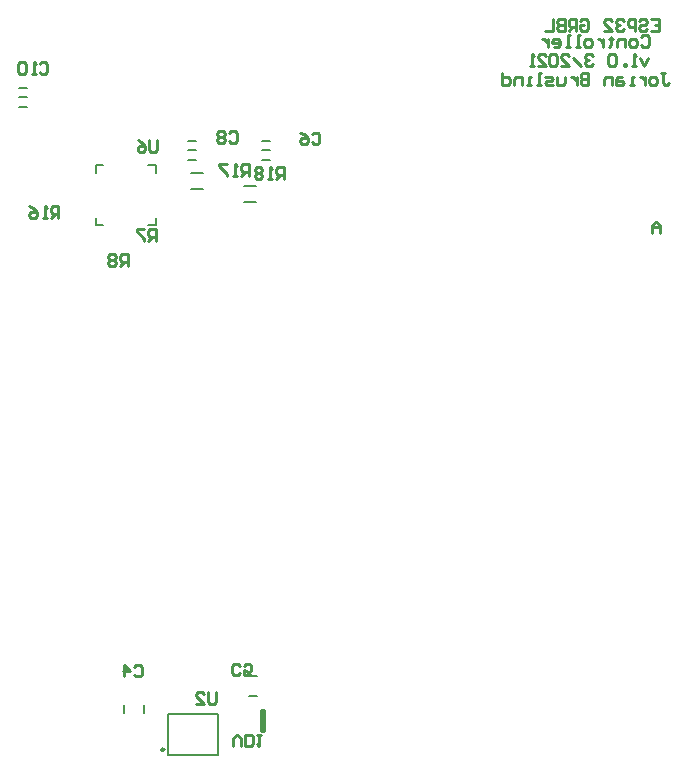
<source format=gbo>
G04*
G04 #@! TF.GenerationSoftware,Altium Limited,CircuitMaker,2.0.3 (51)*
G04*
G04 Layer_Color=13813960*
%FSLAX24Y24*%
%MOIN*%
G70*
G04*
G04 #@! TF.SameCoordinates,3954AB4D-5D0B-4665-A105-1F8CE3EC6163*
G04*
G04*
G04 #@! TF.FilePolarity,Positive*
G04*
G01*
G75*
%ADD11C,0.0100*%
%ADD13C,0.0079*%
%ADD14C,0.0050*%
%ADD109C,0.0059*%
D11*
X19828Y24274D02*
G03*
X19828Y24274I-50J0D01*
G01*
X23065Y25599D02*
X23165D01*
X23065Y24899D02*
Y25599D01*
Y24899D02*
X23165D01*
Y25599D01*
X36362Y41482D02*
Y41744D01*
X36231Y41875D01*
X36099Y41744D01*
Y41482D01*
Y41678D01*
X36362D01*
X36391Y46811D02*
X36522D01*
X36457D01*
Y46483D01*
X36522Y46417D01*
X36588D01*
X36654Y46483D01*
X36194Y46417D02*
X36063D01*
X35998Y46483D01*
Y46614D01*
X36063Y46680D01*
X36194D01*
X36260Y46614D01*
Y46483D01*
X36194Y46417D01*
X35866Y46680D02*
Y46417D01*
Y46549D01*
X35801Y46614D01*
X35735Y46680D01*
X35670D01*
X35473Y46417D02*
X35342D01*
X35407D01*
Y46680D01*
X35473D01*
X35079D02*
X34948D01*
X34882Y46614D01*
Y46417D01*
X35079D01*
X35145Y46483D01*
X35079Y46549D01*
X34882D01*
X34751Y46417D02*
Y46680D01*
X34554D01*
X34489Y46614D01*
Y46417D01*
X33964Y46811D02*
Y46417D01*
X33767D01*
X33702Y46483D01*
Y46549D01*
X33767Y46614D01*
X33964D01*
X33767D01*
X33702Y46680D01*
Y46745D01*
X33767Y46811D01*
X33964D01*
X33571Y46680D02*
Y46417D01*
Y46549D01*
X33505Y46614D01*
X33439Y46680D01*
X33374D01*
X33177D02*
Y46483D01*
X33111Y46417D01*
X32915D01*
Y46680D01*
X32783Y46417D02*
X32587D01*
X32521Y46483D01*
X32587Y46549D01*
X32718D01*
X32783Y46614D01*
X32718Y46680D01*
X32521D01*
X32390Y46417D02*
X32259D01*
X32324D01*
Y46811D01*
X32390D01*
X32062Y46417D02*
X31931D01*
X31996D01*
Y46680D01*
X32062D01*
X31734Y46417D02*
Y46680D01*
X31537D01*
X31471Y46614D01*
Y46417D01*
X31078Y46811D02*
Y46417D01*
X31275D01*
X31340Y46483D01*
Y46614D01*
X31275Y46680D01*
X31078D01*
X35945Y47319D02*
X35814Y47057D01*
X35682Y47319D01*
X35551Y47057D02*
X35420D01*
X35486D01*
Y47451D01*
X35551Y47385D01*
X35223Y47057D02*
Y47123D01*
X35158D01*
Y47057D01*
X35223D01*
X34895Y47385D02*
X34830Y47451D01*
X34699D01*
X34633Y47385D01*
Y47123D01*
X34699Y47057D01*
X34830D01*
X34895Y47123D01*
Y47385D01*
X34108D02*
X34043Y47451D01*
X33911D01*
X33846Y47385D01*
Y47319D01*
X33911Y47254D01*
X33977D01*
X33911D01*
X33846Y47188D01*
Y47123D01*
X33911Y47057D01*
X34043D01*
X34108Y47123D01*
X33715Y47057D02*
X33452Y47319D01*
X33059Y47057D02*
X33321D01*
X33059Y47319D01*
Y47385D01*
X33124Y47451D01*
X33255D01*
X33321Y47385D01*
X32927D02*
X32862Y47451D01*
X32731D01*
X32665Y47385D01*
Y47123D01*
X32731Y47057D01*
X32862D01*
X32927Y47123D01*
Y47385D01*
X32272Y47057D02*
X32534D01*
X32272Y47319D01*
Y47385D01*
X32337Y47451D01*
X32468D01*
X32534Y47385D01*
X32140Y47057D02*
X32009D01*
X32075D01*
Y47451D01*
X32140Y47385D01*
X35712Y48015D02*
X35778Y48081D01*
X35909D01*
X35974Y48015D01*
Y47753D01*
X35909Y47687D01*
X35778D01*
X35712Y47753D01*
X35515Y47687D02*
X35384D01*
X35318Y47753D01*
Y47884D01*
X35384Y47949D01*
X35515D01*
X35581Y47884D01*
Y47753D01*
X35515Y47687D01*
X35187D02*
Y47949D01*
X34990D01*
X34925Y47884D01*
Y47687D01*
X34728Y48015D02*
Y47949D01*
X34794D01*
X34662D01*
X34728D01*
Y47753D01*
X34662Y47687D01*
X34466Y47949D02*
Y47687D01*
Y47818D01*
X34400Y47884D01*
X34335Y47949D01*
X34269D01*
X34007Y47687D02*
X33875D01*
X33810Y47753D01*
Y47884D01*
X33875Y47949D01*
X34007D01*
X34072Y47884D01*
Y47753D01*
X34007Y47687D01*
X33679D02*
X33547D01*
X33613D01*
Y48081D01*
X33679D01*
X33351Y47687D02*
X33219D01*
X33285D01*
Y48081D01*
X33351D01*
X32826Y47687D02*
X32957D01*
X33023Y47753D01*
Y47884D01*
X32957Y47949D01*
X32826D01*
X32760Y47884D01*
Y47818D01*
X33023D01*
X32629Y47949D02*
Y47687D01*
Y47818D01*
X32563Y47884D01*
X32498Y47949D01*
X32432D01*
X36057Y48612D02*
X36319D01*
Y48218D01*
X36057D01*
X36319Y48415D02*
X36188D01*
X35663Y48546D02*
X35729Y48612D01*
X35860D01*
X35925Y48546D01*
Y48481D01*
X35860Y48415D01*
X35729D01*
X35663Y48350D01*
Y48284D01*
X35729Y48218D01*
X35860D01*
X35925Y48284D01*
X35532Y48218D02*
Y48612D01*
X35335D01*
X35269Y48546D01*
Y48415D01*
X35335Y48350D01*
X35532D01*
X35138Y48546D02*
X35073Y48612D01*
X34941D01*
X34876Y48546D01*
Y48481D01*
X34941Y48415D01*
X35007D01*
X34941D01*
X34876Y48350D01*
Y48284D01*
X34941Y48218D01*
X35073D01*
X35138Y48284D01*
X34482Y48218D02*
X34745D01*
X34482Y48481D01*
Y48546D01*
X34548Y48612D01*
X34679D01*
X34745Y48546D01*
X33695D02*
X33761Y48612D01*
X33892D01*
X33957Y48546D01*
Y48284D01*
X33892Y48218D01*
X33761D01*
X33695Y48284D01*
Y48415D01*
X33826D01*
X33564Y48218D02*
Y48612D01*
X33367D01*
X33301Y48546D01*
Y48415D01*
X33367Y48350D01*
X33564D01*
X33433D02*
X33301Y48218D01*
X33170Y48612D02*
Y48218D01*
X32974D01*
X32908Y48284D01*
Y48350D01*
X32974Y48415D01*
X33170D01*
X32974D01*
X32908Y48481D01*
Y48546D01*
X32974Y48612D01*
X33170D01*
X32777D02*
Y48218D01*
X32514D01*
X16299Y42008D02*
Y42401D01*
X16102D01*
X16037Y42336D01*
Y42205D01*
X16102Y42139D01*
X16299D01*
X16168D02*
X16037Y42008D01*
X15906D02*
X15774D01*
X15840D01*
Y42401D01*
X15906Y42336D01*
X15315Y42401D02*
X15446Y42336D01*
X15578Y42205D01*
Y42073D01*
X15512Y42008D01*
X15381D01*
X15315Y42073D01*
Y42139D01*
X15381Y42205D01*
X15578D01*
X19590Y44594D02*
Y44266D01*
X19524Y44200D01*
X19393D01*
X19328Y44266D01*
Y44594D01*
X18934D02*
X19065Y44528D01*
X19196Y44397D01*
Y44266D01*
X19131Y44200D01*
X19000D01*
X18934Y44266D01*
Y44331D01*
X19000Y44397D01*
X19196D01*
X23819Y43307D02*
Y43701D01*
X23622D01*
X23557Y43635D01*
Y43504D01*
X23622Y43438D01*
X23819D01*
X23688D02*
X23557Y43307D01*
X23425D02*
X23294D01*
X23360D01*
Y43701D01*
X23425Y43635D01*
X23097D02*
X23032Y43701D01*
X22901D01*
X22835Y43635D01*
Y43569D01*
X22901Y43504D01*
X22835Y43438D01*
Y43373D01*
X22901Y43307D01*
X23032D01*
X23097Y43373D01*
Y43438D01*
X23032Y43504D01*
X23097Y43569D01*
Y43635D01*
X23032Y43504D02*
X22901D01*
X22638Y43386D02*
Y43779D01*
X22441D01*
X22375Y43714D01*
Y43583D01*
X22441Y43517D01*
X22638D01*
X22507D02*
X22375Y43386D01*
X22244D02*
X22113D01*
X22179D01*
Y43779D01*
X22244Y43714D01*
X21916Y43779D02*
X21654D01*
Y43714D01*
X21916Y43451D01*
Y43386D01*
X15668Y47118D02*
X15733Y47184D01*
X15864D01*
X15930Y47118D01*
Y46856D01*
X15864Y46790D01*
X15733D01*
X15668Y46856D01*
X15536Y46790D02*
X15405D01*
X15471D01*
Y47184D01*
X15536Y47118D01*
X15208D02*
X15143Y47184D01*
X15012D01*
X14946Y47118D01*
Y46856D01*
X15012Y46790D01*
X15143D01*
X15208Y46856D01*
Y47118D01*
X21982Y44816D02*
X22047Y44882D01*
X22178D01*
X22244Y44816D01*
Y44554D01*
X22178Y44488D01*
X22047D01*
X21982Y44554D01*
X21851Y44816D02*
X21785Y44882D01*
X21654D01*
X21588Y44816D01*
Y44751D01*
X21654Y44685D01*
X21588Y44619D01*
Y44554D01*
X21654Y44488D01*
X21785D01*
X21851Y44554D01*
Y44619D01*
X21785Y44685D01*
X21851Y44751D01*
Y44816D01*
X21785Y44685D02*
X21654D01*
X24738Y44777D02*
X24803Y44842D01*
X24934D01*
X25000Y44777D01*
Y44514D01*
X24934Y44449D01*
X24803D01*
X24738Y44514D01*
X24344Y44842D02*
X24475Y44777D01*
X24606Y44646D01*
Y44514D01*
X24541Y44449D01*
X24410D01*
X24344Y44514D01*
Y44580D01*
X24410Y44646D01*
X24606D01*
X22117Y24383D02*
Y24645D01*
X22248Y24776D01*
X22379Y24645D01*
Y24383D01*
X22510D02*
Y24776D01*
X22707D01*
X22772Y24711D01*
Y24448D01*
X22707Y24383D01*
X22510D01*
X22904Y24776D02*
X23035D01*
X22969D01*
Y24383D01*
X22904Y24448D01*
X21550Y26184D02*
Y25856D01*
X21484Y25790D01*
X21353D01*
X21288Y25856D01*
Y26184D01*
X20894Y25790D02*
X21156D01*
X20894Y26052D01*
Y26118D01*
X20960Y26184D01*
X21091D01*
X21156Y26118D01*
X18610Y40400D02*
Y40794D01*
X18413D01*
X18348Y40728D01*
Y40597D01*
X18413Y40531D01*
X18610D01*
X18479D02*
X18348Y40400D01*
X18216Y40728D02*
X18151Y40794D01*
X18020D01*
X17954Y40728D01*
Y40662D01*
X18020Y40597D01*
X17954Y40531D01*
Y40466D01*
X18020Y40400D01*
X18151D01*
X18216Y40466D01*
Y40531D01*
X18151Y40597D01*
X18216Y40662D01*
Y40728D01*
X18151Y40597D02*
X18020D01*
X19560Y41240D02*
Y41634D01*
X19363D01*
X19298Y41568D01*
Y41437D01*
X19363Y41371D01*
X19560D01*
X19429D02*
X19298Y41240D01*
X19166Y41634D02*
X18904D01*
Y41568D01*
X19166Y41306D01*
Y41240D01*
X22340Y26811D02*
X22274Y26745D01*
X22143D01*
X22077Y26811D01*
Y27073D01*
X22143Y27139D01*
X22274D01*
X22340Y27073D01*
X22733Y26745D02*
X22471D01*
Y26942D01*
X22602Y26876D01*
X22668D01*
X22733Y26942D01*
Y27073D01*
X22668Y27139D01*
X22536D01*
X22471Y27073D01*
X18828Y27038D02*
X18893Y27104D01*
X19024D01*
X19090Y27038D01*
Y26776D01*
X19024Y26710D01*
X18893D01*
X18828Y26776D01*
X18500Y26710D02*
Y27104D01*
X18696Y26907D01*
X18434D01*
D13*
X14980Y46339D02*
X15256D01*
X14980Y45709D02*
X15256D01*
X14980Y46024D02*
X15256D01*
X22480Y42530D02*
X22874D01*
X22480Y43061D02*
X22874D01*
X20709Y43504D02*
X21102D01*
X20709Y42953D02*
X21102D01*
X23091Y44567D02*
X23366D01*
X23091Y43937D02*
X23366D01*
X23091Y44252D02*
X23366D01*
X20610Y44567D02*
X20886D01*
X20610Y43937D02*
X20886D01*
X20610Y44252D02*
X20886D01*
X22648Y26725D02*
X22924D01*
X22648Y26056D02*
X22924D01*
X18484Y25492D02*
Y25768D01*
X19154Y25492D02*
Y25768D01*
D14*
X19543Y43506D02*
Y43756D01*
X19293D02*
X19543D01*
Y41756D02*
Y42006D01*
X19293Y41756D02*
X19543D01*
X17543D02*
X17793D01*
X17543D02*
Y42006D01*
Y43756D02*
X17793D01*
X17543Y43506D02*
Y43756D01*
D109*
X19951Y24104D02*
X21604D01*
Y25443D01*
X19951D02*
X21604D01*
X19951Y24104D02*
Y25443D01*
M02*

</source>
